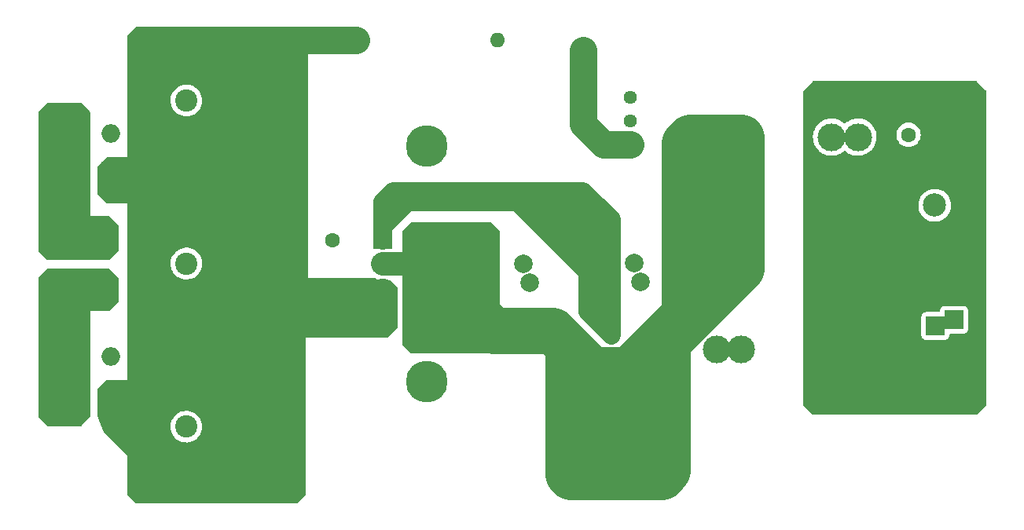
<source format=gbr>
%TF.GenerationSoftware,KiCad,Pcbnew,(6.0.0)*%
%TF.CreationDate,2022-07-19T20:58:04+01:00*%
%TF.ProjectId,M filament Heater,4d206669-6c61-46d6-956e-742048656174,rev?*%
%TF.SameCoordinates,Original*%
%TF.FileFunction,Copper,L1,Top*%
%TF.FilePolarity,Positive*%
%FSLAX46Y46*%
G04 Gerber Fmt 4.6, Leading zero omitted, Abs format (unit mm)*
G04 Created by KiCad (PCBNEW (6.0.0)) date 2022-07-19 20:58:04*
%MOMM*%
%LPD*%
G01*
G04 APERTURE LIST*
%TA.AperFunction,ComponentPad*%
%ADD10C,1.600000*%
%TD*%
%TA.AperFunction,ComponentPad*%
%ADD11R,2.000000X2.000000*%
%TD*%
%TA.AperFunction,ComponentPad*%
%ADD12C,2.000000*%
%TD*%
%TA.AperFunction,ComponentPad*%
%ADD13R,2.400000X2.400000*%
%TD*%
%TA.AperFunction,ComponentPad*%
%ADD14C,2.400000*%
%TD*%
%TA.AperFunction,ComponentPad*%
%ADD15O,2.000000X2.000000*%
%TD*%
%TA.AperFunction,ComponentPad*%
%ADD16R,2.500000X2.500000*%
%TD*%
%TA.AperFunction,ComponentPad*%
%ADD17C,2.500000*%
%TD*%
%TA.AperFunction,ComponentPad*%
%ADD18O,1.600000X1.600000*%
%TD*%
%TA.AperFunction,ComponentPad*%
%ADD19R,2.000000X1.905000*%
%TD*%
%TA.AperFunction,ComponentPad*%
%ADD20O,2.000000X1.905000*%
%TD*%
%TA.AperFunction,ComponentPad*%
%ADD21C,4.500000*%
%TD*%
%TA.AperFunction,ComponentPad*%
%ADD22C,1.440000*%
%TD*%
%TA.AperFunction,ComponentPad*%
%ADD23R,3.000000X3.000000*%
%TD*%
%TA.AperFunction,ComponentPad*%
%ADD24C,3.000000*%
%TD*%
%TA.AperFunction,Conductor*%
%ADD25C,2.000000*%
%TD*%
%TA.AperFunction,Conductor*%
%ADD26C,2.500000*%
%TD*%
%TA.AperFunction,Conductor*%
%ADD27C,3.000000*%
%TD*%
%TA.AperFunction,Conductor*%
%ADD28C,5.000000*%
%TD*%
G04 APERTURE END LIST*
D10*
%TO.P,C8,1*%
%TO.N,Net-(C7-Pad1)*%
X163625000Y-120522500D03*
%TO.P,C8,2*%
%TO.N,Net-(C7-Pad2)*%
X168625000Y-120522500D03*
%TD*%
D11*
%TO.P,C6,1*%
%TO.N,Net-(C6-Pad1)*%
X116495179Y-132430000D03*
X117167323Y-134430000D03*
D12*
%TO.P,C6,2*%
%TO.N,GND*%
X122167323Y-134430000D03*
X122839467Y-136430000D03*
%TD*%
D13*
%TO.P,C1,1*%
%TO.N,Net-(C1-Pad1)*%
X93325000Y-151987500D03*
D14*
%TO.P,C1,2*%
%TO.N,GND*%
X85825000Y-151987500D03*
%TD*%
D11*
%TO.P,D4,1,K*%
%TO.N,Net-(D2-Pad2)*%
X72610000Y-120400000D03*
D15*
%TO.P,D4,2,A*%
%TO.N,GND*%
X77690000Y-120400000D03*
%TD*%
D16*
%TO.P,J2,1,Pin_1*%
%TO.N,Net-(C7-Pad2)*%
X166450000Y-133122500D03*
D17*
%TO.P,J2,2,Pin_2*%
%TO.N,Net-(C7-Pad1)*%
X166450000Y-128122500D03*
%TD*%
D13*
%TO.P,C2,1*%
%TO.N,Net-(C1-Pad1)*%
X93325000Y-116812500D03*
D14*
%TO.P,C2,2*%
%TO.N,GND*%
X85825000Y-116812500D03*
%TD*%
D11*
%TO.P,D2,1,K*%
%TO.N,Net-(C1-Pad1)*%
X77690000Y-124475000D03*
D15*
%TO.P,D2,2,A*%
%TO.N,Net-(D2-Pad2)*%
X72610000Y-124475000D03*
%TD*%
D10*
%TO.P,R3,1*%
%TO.N,Net-(C6-Pad1)*%
X131593445Y-157350000D03*
D18*
%TO.P,R3,2*%
%TO.N,Net-(C5-Pad1)*%
X131593445Y-142110000D03*
%TD*%
D10*
%TO.P,R2,1*%
%TO.N,Net-(C5-Pad1)*%
X128595168Y-126625000D03*
D18*
%TO.P,R2,2*%
%TO.N,Net-(R2-Pad2)*%
X128595168Y-111385000D03*
%TD*%
D19*
%TO.P,U1,1,ADJ*%
%TO.N,Net-(C5-Pad1)*%
X107000000Y-131890000D03*
D20*
%TO.P,U1,2,VO*%
%TO.N,Net-(C6-Pad1)*%
X107000000Y-134430000D03*
%TO.P,U1,3,VI*%
%TO.N,Net-(C1-Pad1)*%
X107000000Y-136970000D03*
%TD*%
D11*
%TO.P,D3,1,K*%
%TO.N,Net-(D1-Pad2)*%
X72610000Y-144385000D03*
D15*
%TO.P,D3,2,A*%
%TO.N,GND*%
X77690000Y-144385000D03*
%TD*%
D11*
%TO.P,D1,1,K*%
%TO.N,Net-(C1-Pad1)*%
X77690000Y-148460000D03*
D15*
%TO.P,D1,2,A*%
%TO.N,Net-(D1-Pad2)*%
X72610000Y-148460000D03*
%TD*%
D21*
%TO.P,HS1,1*%
%TO.N,N/C*%
X111695000Y-121730000D03*
X111695000Y-147130000D03*
%TD*%
D22*
%TO.P,RV1,1,1*%
%TO.N,Net-(R2-Pad2)*%
X133651723Y-121555000D03*
%TO.P,RV1,2,2*%
%TO.N,GND*%
X133651723Y-119015000D03*
%TO.P,RV1,3,3*%
X133651723Y-116475000D03*
%TD*%
D13*
%TO.P,C3,1*%
%TO.N,Net-(C1-Pad1)*%
X93325000Y-134400000D03*
D14*
%TO.P,C3,2*%
%TO.N,GND*%
X85825000Y-134400000D03*
%TD*%
D23*
%TO.P,FL1,1,1*%
%TO.N,Net-(C6-Pad1)*%
X142930000Y-120767500D03*
X145562450Y-120767500D03*
D24*
%TO.P,FL1,2,2*%
%TO.N,Net-(C7-Pad1)*%
X155345000Y-120767500D03*
X158170000Y-120767500D03*
%TO.P,FL1,3,3*%
%TO.N,GND*%
X142930000Y-143627500D03*
X145562450Y-143627500D03*
%TO.P,FL1,4,4*%
%TO.N,Net-(C7-Pad2)*%
X155345000Y-143627500D03*
X158170000Y-143627500D03*
%TD*%
D11*
%TO.P,C5,1*%
%TO.N,Net-(C5-Pad1)*%
X129110768Y-134367500D03*
X128438624Y-132367500D03*
D12*
%TO.P,C5,2*%
%TO.N,GND*%
X134782912Y-136367500D03*
X134110768Y-134367500D03*
%TD*%
D10*
%TO.P,C4,1*%
%TO.N,Net-(C1-Pad1)*%
X101550000Y-136930000D03*
%TO.P,C4,2*%
%TO.N,GND*%
X101550000Y-131930000D03*
%TD*%
D11*
%TO.P,C7,1*%
%TO.N,Net-(C7-Pad1)*%
X166525000Y-141147500D03*
X168525000Y-140475356D03*
D12*
%TO.P,C7,2*%
%TO.N,Net-(C7-Pad2)*%
X164525000Y-146819644D03*
X166525000Y-146147500D03*
%TD*%
D16*
%TO.P,~  ~,1,Pin_1*%
%TO.N,Net-(D1-Pad2)*%
X74500000Y-136930000D03*
D17*
%TO.P,~  ~,2,Pin_2*%
%TO.N,Net-(D2-Pad2)*%
X74500000Y-131930000D03*
%TD*%
D10*
%TO.P,R1,1*%
%TO.N,Net-(C1-Pad1)*%
X104075000Y-110325000D03*
D18*
%TO.P,R1,2*%
%TO.N,GND*%
X119315000Y-110325000D03*
%TD*%
D25*
%TO.N,Net-(C5-Pad1)*%
X124483624Y-128412500D02*
X128438624Y-132367500D01*
X122162500Y-128412500D02*
X121475000Y-127725000D01*
X122162500Y-128412500D02*
X124483624Y-128412500D01*
X129003366Y-135253366D02*
X122162500Y-128412500D01*
X121475000Y-127725000D02*
X109125000Y-127725000D01*
X129996634Y-135253366D02*
X129003366Y-135253366D01*
X126300000Y-127725000D02*
X121475000Y-127725000D01*
D26*
%TO.N,Net-(C6-Pad1)*%
X107000000Y-134430000D02*
X117167323Y-134430000D01*
D25*
%TO.N,Net-(C5-Pad1)*%
X107000000Y-130425000D02*
X110800000Y-126625000D01*
X107000000Y-131890000D02*
X107000000Y-130425000D01*
X110800000Y-126625000D02*
X125200000Y-126625000D01*
X108100000Y-126625000D02*
X110800000Y-126625000D01*
X107000000Y-129850000D02*
X109125000Y-127725000D01*
X107000000Y-131890000D02*
X107000000Y-129850000D01*
X109125000Y-127725000D02*
X107000000Y-127725000D01*
D27*
%TO.N,Net-(C1-Pad1)*%
X104075000Y-110325000D02*
X95275000Y-110325000D01*
X95275000Y-110325000D02*
X93325000Y-112275000D01*
X93325000Y-112275000D02*
X93325000Y-116842500D01*
D25*
%TO.N,Net-(C5-Pad1)*%
X129110768Y-139627324D02*
X131593445Y-142110000D01*
X125200000Y-126625000D02*
X128595168Y-126625000D01*
X131593445Y-129623277D02*
X130035084Y-128064916D01*
X131593445Y-136850177D02*
X129996634Y-135253366D01*
X131593445Y-142110000D02*
X131593445Y-136850177D01*
X131593445Y-142110000D02*
X131593445Y-129623277D01*
X127050000Y-128475000D02*
X126300000Y-127725000D01*
X130525000Y-135781732D02*
X130525000Y-139700000D01*
X130525000Y-139700000D02*
X129854222Y-140370778D01*
X127050000Y-128475000D02*
X125200000Y-126625000D01*
X128595168Y-126625000D02*
X128595168Y-133851900D01*
X129110768Y-134367500D02*
X129110768Y-139627324D01*
X129996634Y-135253366D02*
X129110768Y-134367500D01*
X130035084Y-128064916D02*
X130035084Y-135214916D01*
X107000000Y-131890000D02*
X107000000Y-127725000D01*
X128438624Y-129863624D02*
X127050000Y-128475000D01*
X128438624Y-132367500D02*
X128438624Y-129863624D01*
X129110768Y-134367500D02*
X130525000Y-135781732D01*
X128595168Y-133851900D02*
X129110768Y-134367500D01*
X130035084Y-135214916D02*
X129996634Y-135253366D01*
X107000000Y-127725000D02*
X108100000Y-126625000D01*
X130035084Y-128064916D02*
X128595168Y-126625000D01*
D28*
%TO.N,Net-(C6-Pad1)*%
X134525000Y-154875000D02*
X137000000Y-157350000D01*
X142930000Y-135405000D02*
X144025000Y-136500000D01*
X145562450Y-120767500D02*
X145562450Y-134962550D01*
X131593445Y-152181555D02*
X131593445Y-149656555D01*
D25*
X116495179Y-132430000D02*
X116495179Y-133757856D01*
D28*
X125250000Y-141625000D02*
X118900000Y-141625000D01*
X134525000Y-146725000D02*
X134525000Y-154875000D01*
X116495179Y-139220179D02*
X116495179Y-132430000D01*
X131593445Y-157350000D02*
X131593445Y-152181555D01*
X127175000Y-157350000D02*
X126925000Y-157100000D01*
X127150000Y-143525000D02*
X125250000Y-141625000D01*
X131593445Y-149656555D02*
X137650000Y-143600000D01*
X139475000Y-139875000D02*
X131593445Y-147756555D01*
X140082500Y-120767500D02*
X139475000Y-121375000D01*
X142930000Y-120767500D02*
X140082500Y-120767500D01*
X126925000Y-157100000D02*
X126925000Y-143750000D01*
X131593445Y-157350000D02*
X137000000Y-157350000D01*
X131593445Y-147968445D02*
X127150000Y-143525000D01*
X131593445Y-147756555D02*
X131593445Y-147968445D01*
X144025000Y-136500000D02*
X137650000Y-142875000D01*
D25*
X116495179Y-133757856D02*
X117167323Y-134430000D01*
D28*
X135425000Y-145825000D02*
X134525000Y-146725000D01*
X144025000Y-136500000D02*
X140650000Y-139875000D01*
X145562450Y-120767500D02*
X142930000Y-120767500D01*
X139475000Y-121375000D02*
X139475000Y-139875000D01*
X137650000Y-156700000D02*
X137650000Y-143600000D01*
X140650000Y-139875000D02*
X139475000Y-139875000D01*
X126925000Y-143750000D02*
X129000000Y-145825000D01*
X131593445Y-157350000D02*
X127175000Y-157350000D01*
X142930000Y-120767500D02*
X142930000Y-135405000D01*
X145562450Y-134962550D02*
X144025000Y-136500000D01*
X131593445Y-152181555D02*
X131593445Y-147968445D01*
X137650000Y-141700000D02*
X137650000Y-143600000D01*
X137650000Y-142875000D02*
X137650000Y-143600000D01*
X129000000Y-145825000D02*
X135425000Y-145825000D01*
X126925000Y-143750000D02*
X127150000Y-143525000D01*
X139475000Y-139875000D02*
X137650000Y-141700000D01*
X137000000Y-157350000D02*
X137650000Y-156700000D01*
X118900000Y-141625000D02*
X116495179Y-139220179D01*
D27*
%TO.N,Net-(R2-Pad2)*%
X133651723Y-121555000D02*
X130780000Y-121555000D01*
X128595168Y-119370168D02*
X128595168Y-111385000D01*
X130780000Y-121555000D02*
X128595168Y-119370168D01*
%TD*%
%TA.AperFunction,Conductor*%
%TO.N,Net-(C6-Pad1)*%
G36*
X118640931Y-129945002D02*
G01*
X118661905Y-129961905D01*
X119588095Y-130888095D01*
X119622121Y-130950407D01*
X119625000Y-130977190D01*
X119625000Y-143047810D01*
X119604998Y-143115931D01*
X119588095Y-143136905D01*
X118661905Y-144063095D01*
X118599593Y-144097121D01*
X118572810Y-144100000D01*
X110152190Y-144100000D01*
X110084069Y-144079998D01*
X110063095Y-144063095D01*
X109136905Y-143136905D01*
X109102879Y-143074593D01*
X109100000Y-143047810D01*
X109100000Y-130977190D01*
X109120002Y-130909069D01*
X109136905Y-130888095D01*
X110063095Y-129961905D01*
X110125407Y-129927879D01*
X110152190Y-129925000D01*
X118572810Y-129925000D01*
X118640931Y-129945002D01*
G37*
%TD.AperFunction*%
%TD*%
%TA.AperFunction,Conductor*%
%TO.N,Net-(C7-Pad2)*%
G36*
X170990931Y-114746646D02*
G01*
X171011905Y-114763549D01*
X171938095Y-115689739D01*
X171972121Y-115752051D01*
X171975000Y-115778834D01*
X171975000Y-149649454D01*
X171954998Y-149717575D01*
X171938095Y-149738549D01*
X171011905Y-150664739D01*
X170949593Y-150698765D01*
X170922810Y-150701644D01*
X153352190Y-150701644D01*
X153284069Y-150681642D01*
X153263095Y-150664739D01*
X152336905Y-149738549D01*
X152302879Y-149676237D01*
X152300000Y-149649454D01*
X152300000Y-142195634D01*
X165016500Y-142195634D01*
X165023255Y-142257816D01*
X165074385Y-142394205D01*
X165161739Y-142510761D01*
X165278295Y-142598115D01*
X165414684Y-142649245D01*
X165476866Y-142656000D01*
X167573134Y-142656000D01*
X167635316Y-142649245D01*
X167771705Y-142598115D01*
X167888261Y-142510761D01*
X167975615Y-142394205D01*
X168026745Y-142257816D01*
X168033500Y-142195634D01*
X168033500Y-142109856D01*
X168053502Y-142041735D01*
X168107158Y-141995242D01*
X168159500Y-141983856D01*
X169573134Y-141983856D01*
X169635316Y-141977101D01*
X169771705Y-141925971D01*
X169888261Y-141838617D01*
X169975615Y-141722061D01*
X170026745Y-141585672D01*
X170033500Y-141523490D01*
X170033500Y-139427222D01*
X170026745Y-139365040D01*
X169975615Y-139228651D01*
X169888261Y-139112095D01*
X169771705Y-139024741D01*
X169635316Y-138973611D01*
X169573134Y-138966856D01*
X167476866Y-138966856D01*
X167414684Y-138973611D01*
X167278295Y-139024741D01*
X167161739Y-139112095D01*
X167074385Y-139228651D01*
X167023255Y-139365040D01*
X167016500Y-139427222D01*
X167016500Y-139513000D01*
X166996498Y-139581121D01*
X166942842Y-139627614D01*
X166890500Y-139639000D01*
X165476866Y-139639000D01*
X165414684Y-139645755D01*
X165278295Y-139696885D01*
X165161739Y-139784239D01*
X165074385Y-139900795D01*
X165023255Y-140037184D01*
X165016500Y-140099366D01*
X165016500Y-142195634D01*
X152300000Y-142195634D01*
X152300000Y-128076339D01*
X164687173Y-128076339D01*
X164699713Y-128337408D01*
X164750704Y-128593756D01*
X164839026Y-128839752D01*
X164841242Y-128843876D01*
X164905753Y-128963937D01*
X164962737Y-129069991D01*
X164965532Y-129073734D01*
X164965534Y-129073737D01*
X165116330Y-129275677D01*
X165116335Y-129275683D01*
X165119122Y-129279415D01*
X165122431Y-129282695D01*
X165122436Y-129282701D01*
X165301426Y-129460135D01*
X165304743Y-129463423D01*
X165308505Y-129466181D01*
X165308508Y-129466184D01*
X165511750Y-129615207D01*
X165515524Y-129617974D01*
X165519667Y-129620154D01*
X165519669Y-129620155D01*
X165742684Y-129737489D01*
X165742689Y-129737491D01*
X165746834Y-129739672D01*
X165993590Y-129825844D01*
X165998183Y-129826716D01*
X166245785Y-129873724D01*
X166245788Y-129873724D01*
X166250374Y-129874595D01*
X166380958Y-129879726D01*
X166506875Y-129884674D01*
X166506881Y-129884674D01*
X166511543Y-129884857D01*
X166590977Y-129876157D01*
X166766707Y-129856912D01*
X166766712Y-129856911D01*
X166771360Y-129856402D01*
X166884116Y-129826716D01*
X167019594Y-129791048D01*
X167019596Y-129791047D01*
X167024117Y-129789857D01*
X167264262Y-129686682D01*
X167486519Y-129549146D01*
X167490082Y-129546129D01*
X167490087Y-129546126D01*
X167682439Y-129383287D01*
X167682440Y-129383286D01*
X167686005Y-129380268D01*
X167777729Y-129275677D01*
X167855257Y-129187274D01*
X167855261Y-129187269D01*
X167858339Y-129183759D01*
X167999733Y-128963937D01*
X168107083Y-128725629D01*
X168178030Y-128474072D01*
X168194832Y-128341996D01*
X168210616Y-128217921D01*
X168210616Y-128217917D01*
X168211014Y-128214791D01*
X168213431Y-128122500D01*
X168194061Y-127861848D01*
X168182725Y-127811748D01*
X168137408Y-127611480D01*
X168136377Y-127606923D01*
X168041647Y-127363323D01*
X167911951Y-127136402D01*
X167750138Y-126931143D01*
X167559763Y-126752057D01*
X167345009Y-126603076D01*
X167340816Y-126601008D01*
X167114781Y-126489540D01*
X167114778Y-126489539D01*
X167110593Y-126487475D01*
X167064449Y-126472704D01*
X166866123Y-126409220D01*
X166861665Y-126407793D01*
X166603693Y-126365779D01*
X166489942Y-126364290D01*
X166347022Y-126362419D01*
X166347019Y-126362419D01*
X166342345Y-126362358D01*
X166083362Y-126397604D01*
X165832433Y-126470743D01*
X165828180Y-126472703D01*
X165828179Y-126472704D01*
X165791659Y-126489540D01*
X165595072Y-126580168D01*
X165556067Y-126605741D01*
X165380404Y-126720910D01*
X165380399Y-126720914D01*
X165376491Y-126723476D01*
X165181494Y-126897518D01*
X165014363Y-127098470D01*
X164878771Y-127321919D01*
X164777697Y-127562955D01*
X164713359Y-127816283D01*
X164687173Y-128076339D01*
X152300000Y-128076339D01*
X152300000Y-120746418D01*
X153331917Y-120746418D01*
X153347682Y-121019820D01*
X153348507Y-121024025D01*
X153348508Y-121024033D01*
X153359127Y-121078157D01*
X153400405Y-121288553D01*
X153401792Y-121292603D01*
X153401793Y-121292608D01*
X153427195Y-121366800D01*
X153489112Y-121547644D01*
X153491039Y-121551475D01*
X153595014Y-121758207D01*
X153612160Y-121792299D01*
X153614586Y-121795828D01*
X153614589Y-121795834D01*
X153764843Y-122014453D01*
X153767274Y-122017990D01*
X153951582Y-122220543D01*
X154161675Y-122396207D01*
X154165316Y-122398491D01*
X154390024Y-122539451D01*
X154390028Y-122539453D01*
X154393664Y-122541734D01*
X154461544Y-122572383D01*
X154639345Y-122652664D01*
X154639349Y-122652666D01*
X154643257Y-122654430D01*
X154647377Y-122655650D01*
X154647376Y-122655650D01*
X154901723Y-122730991D01*
X154901727Y-122730992D01*
X154905836Y-122732209D01*
X154910070Y-122732857D01*
X154910075Y-122732858D01*
X155172298Y-122772983D01*
X155172300Y-122772983D01*
X155176540Y-122773632D01*
X155315912Y-122775822D01*
X155446071Y-122777867D01*
X155446077Y-122777867D01*
X155450362Y-122777934D01*
X155722235Y-122745034D01*
X155987127Y-122675541D01*
X155991087Y-122673901D01*
X155991092Y-122673899D01*
X156113632Y-122623141D01*
X156240136Y-122570741D01*
X156476582Y-122432573D01*
X156559555Y-122367514D01*
X156681971Y-122271528D01*
X156747919Y-122245236D01*
X156817614Y-122258771D01*
X156840539Y-122274019D01*
X156986675Y-122396207D01*
X156990316Y-122398491D01*
X157215024Y-122539451D01*
X157215028Y-122539453D01*
X157218664Y-122541734D01*
X157286544Y-122572383D01*
X157464345Y-122652664D01*
X157464349Y-122652666D01*
X157468257Y-122654430D01*
X157472377Y-122655650D01*
X157472376Y-122655650D01*
X157726723Y-122730991D01*
X157726727Y-122730992D01*
X157730836Y-122732209D01*
X157735070Y-122732857D01*
X157735075Y-122732858D01*
X157997298Y-122772983D01*
X157997300Y-122772983D01*
X158001540Y-122773632D01*
X158140912Y-122775822D01*
X158271071Y-122777867D01*
X158271077Y-122777867D01*
X158275362Y-122777934D01*
X158547235Y-122745034D01*
X158812127Y-122675541D01*
X158816087Y-122673901D01*
X158816092Y-122673899D01*
X158938632Y-122623141D01*
X159065136Y-122570741D01*
X159301582Y-122432573D01*
X159517089Y-122263594D01*
X159534880Y-122245236D01*
X159704686Y-122070009D01*
X159707669Y-122066931D01*
X159710202Y-122063483D01*
X159710206Y-122063478D01*
X159867257Y-121849678D01*
X159869795Y-121846223D01*
X159875607Y-121835519D01*
X159998418Y-121609330D01*
X159998419Y-121609328D01*
X160000468Y-121605554D01*
X160089213Y-121370697D01*
X160095751Y-121353395D01*
X160095752Y-121353391D01*
X160097269Y-121349377D01*
X160136233Y-121179249D01*
X160157449Y-121086617D01*
X160157450Y-121086613D01*
X160158407Y-121082433D01*
X160182751Y-120809661D01*
X160183193Y-120767500D01*
X160181756Y-120746418D01*
X160166491Y-120522500D01*
X162311502Y-120522500D01*
X162331457Y-120750587D01*
X162390716Y-120971743D01*
X162393039Y-120976724D01*
X162393039Y-120976725D01*
X162485151Y-121174262D01*
X162485154Y-121174267D01*
X162487477Y-121179249D01*
X162490634Y-121183757D01*
X162609416Y-121353395D01*
X162618802Y-121366800D01*
X162780700Y-121528698D01*
X162785208Y-121531855D01*
X162785211Y-121531857D01*
X162813229Y-121551475D01*
X162968251Y-121660023D01*
X162973233Y-121662346D01*
X162973238Y-121662349D01*
X163170775Y-121754461D01*
X163175757Y-121756784D01*
X163181065Y-121758206D01*
X163181067Y-121758207D01*
X163391598Y-121814619D01*
X163391600Y-121814619D01*
X163396913Y-121816043D01*
X163625000Y-121835998D01*
X163853087Y-121816043D01*
X163858400Y-121814619D01*
X163858402Y-121814619D01*
X164068933Y-121758207D01*
X164068935Y-121758206D01*
X164074243Y-121756784D01*
X164079225Y-121754461D01*
X164276762Y-121662349D01*
X164276767Y-121662346D01*
X164281749Y-121660023D01*
X164436771Y-121551475D01*
X164464789Y-121531857D01*
X164464792Y-121531855D01*
X164469300Y-121528698D01*
X164631198Y-121366800D01*
X164640585Y-121353395D01*
X164759366Y-121183757D01*
X164762523Y-121179249D01*
X164764846Y-121174267D01*
X164764849Y-121174262D01*
X164856961Y-120976725D01*
X164856961Y-120976724D01*
X164859284Y-120971743D01*
X164918543Y-120750587D01*
X164938498Y-120522500D01*
X164918543Y-120294413D01*
X164859284Y-120073257D01*
X164856961Y-120068275D01*
X164764849Y-119870738D01*
X164764846Y-119870733D01*
X164762523Y-119865751D01*
X164661242Y-119721107D01*
X164634357Y-119682711D01*
X164634355Y-119682708D01*
X164631198Y-119678200D01*
X164469300Y-119516302D01*
X164464792Y-119513145D01*
X164464789Y-119513143D01*
X164386611Y-119458402D01*
X164281749Y-119384977D01*
X164276767Y-119382654D01*
X164276762Y-119382651D01*
X164079225Y-119290539D01*
X164079224Y-119290539D01*
X164074243Y-119288216D01*
X164068935Y-119286794D01*
X164068933Y-119286793D01*
X163858402Y-119230381D01*
X163858400Y-119230381D01*
X163853087Y-119228957D01*
X163625000Y-119209002D01*
X163396913Y-119228957D01*
X163391600Y-119230381D01*
X163391598Y-119230381D01*
X163181067Y-119286793D01*
X163181065Y-119286794D01*
X163175757Y-119288216D01*
X163170776Y-119290539D01*
X163170775Y-119290539D01*
X162973238Y-119382651D01*
X162973233Y-119382654D01*
X162968251Y-119384977D01*
X162863389Y-119458402D01*
X162785211Y-119513143D01*
X162785208Y-119513145D01*
X162780700Y-119516302D01*
X162618802Y-119678200D01*
X162615645Y-119682708D01*
X162615643Y-119682711D01*
X162588758Y-119721107D01*
X162487477Y-119865751D01*
X162485154Y-119870733D01*
X162485151Y-119870738D01*
X162393039Y-120068275D01*
X162390716Y-120073257D01*
X162331457Y-120294413D01*
X162311502Y-120522500D01*
X160166491Y-120522500D01*
X160164859Y-120498555D01*
X160164858Y-120498549D01*
X160164567Y-120494278D01*
X160109032Y-120226112D01*
X160017617Y-119967965D01*
X159892013Y-119724612D01*
X159882040Y-119710421D01*
X159813279Y-119612584D01*
X159734545Y-119500557D01*
X159548125Y-119299945D01*
X159544810Y-119297231D01*
X159544806Y-119297228D01*
X159339523Y-119129206D01*
X159339522Y-119129205D01*
X159336205Y-119126490D01*
X159102704Y-118983401D01*
X159098768Y-118981673D01*
X158855873Y-118875049D01*
X158855869Y-118875048D01*
X158851945Y-118873325D01*
X158588566Y-118798300D01*
X158584324Y-118797696D01*
X158584318Y-118797695D01*
X158383834Y-118769162D01*
X158317443Y-118759713D01*
X158173589Y-118758960D01*
X158047877Y-118758302D01*
X158047871Y-118758302D01*
X158043591Y-118758280D01*
X158039347Y-118758839D01*
X158039343Y-118758839D01*
X157920302Y-118774511D01*
X157772078Y-118794025D01*
X157767938Y-118795158D01*
X157767936Y-118795158D01*
X157695008Y-118815109D01*
X157507928Y-118866288D01*
X157503980Y-118867972D01*
X157259982Y-118972046D01*
X157259978Y-118972048D01*
X157256030Y-118973732D01*
X157236125Y-118985645D01*
X157024725Y-119112164D01*
X157024721Y-119112167D01*
X157021043Y-119114368D01*
X156878013Y-119228957D01*
X156835540Y-119262984D01*
X156769870Y-119289966D01*
X156700038Y-119277161D01*
X156676956Y-119262156D01*
X156612015Y-119209002D01*
X156514523Y-119129205D01*
X156514516Y-119129200D01*
X156511205Y-119126490D01*
X156277704Y-118983401D01*
X156273768Y-118981673D01*
X156030873Y-118875049D01*
X156030869Y-118875048D01*
X156026945Y-118873325D01*
X155763566Y-118798300D01*
X155759324Y-118797696D01*
X155759318Y-118797695D01*
X155558834Y-118769162D01*
X155492443Y-118759713D01*
X155348589Y-118758960D01*
X155222877Y-118758302D01*
X155222871Y-118758302D01*
X155218591Y-118758280D01*
X155214347Y-118758839D01*
X155214343Y-118758839D01*
X155095302Y-118774511D01*
X154947078Y-118794025D01*
X154942938Y-118795158D01*
X154942936Y-118795158D01*
X154870008Y-118815109D01*
X154682928Y-118866288D01*
X154678980Y-118867972D01*
X154434982Y-118972046D01*
X154434978Y-118972048D01*
X154431030Y-118973732D01*
X154411125Y-118985645D01*
X154199725Y-119112164D01*
X154199721Y-119112167D01*
X154196043Y-119114368D01*
X153982318Y-119285594D01*
X153793808Y-119484242D01*
X153634002Y-119706636D01*
X153505857Y-119948661D01*
X153504385Y-119952684D01*
X153504383Y-119952688D01*
X153413214Y-120201817D01*
X153411743Y-120205837D01*
X153353404Y-120473407D01*
X153331917Y-120746418D01*
X152300000Y-120746418D01*
X152300000Y-115778834D01*
X152320002Y-115710713D01*
X152336905Y-115689739D01*
X153263095Y-114763549D01*
X153325407Y-114729523D01*
X153352190Y-114726644D01*
X170922810Y-114726644D01*
X170990931Y-114746646D01*
G37*
%TD.AperFunction*%
%TD*%
%TA.AperFunction,Conductor*%
%TO.N,Net-(C1-Pad1)*%
G36*
X80425000Y-127900000D02*
G01*
X77302190Y-127900000D01*
X77234069Y-127879998D01*
X77213095Y-127863095D01*
X76286905Y-126936905D01*
X76252879Y-126874593D01*
X76250000Y-126847810D01*
X76250000Y-124002190D01*
X76270002Y-123934069D01*
X76286905Y-123913095D01*
X77213095Y-122986905D01*
X77275407Y-122952879D01*
X77302190Y-122950000D01*
X80425000Y-122950000D01*
X80425000Y-127900000D01*
G37*
%TD.AperFunction*%
%TD*%
%TA.AperFunction,Conductor*%
%TO.N,Net-(D1-Pad2)*%
G36*
X77515931Y-134945002D02*
G01*
X77536905Y-134961905D01*
X78463095Y-135888095D01*
X78497121Y-135950407D01*
X78500000Y-135977190D01*
X78500000Y-138497810D01*
X78479998Y-138565931D01*
X78463095Y-138586905D01*
X77536905Y-139513095D01*
X77474593Y-139547121D01*
X77447810Y-139550000D01*
X75475000Y-139550000D01*
X75475000Y-150872810D01*
X75454998Y-150940931D01*
X75438095Y-150961905D01*
X74511905Y-151888095D01*
X74449593Y-151922121D01*
X74422810Y-151925000D01*
X70927190Y-151925000D01*
X70859069Y-151904998D01*
X70838095Y-151888095D01*
X69911905Y-150961905D01*
X69877879Y-150899593D01*
X69875000Y-150872810D01*
X69875000Y-135977190D01*
X69895002Y-135909069D01*
X69911905Y-135888095D01*
X70838095Y-134961905D01*
X70900407Y-134927879D01*
X70927190Y-134925000D01*
X77447810Y-134925000D01*
X77515931Y-134945002D01*
G37*
%TD.AperFunction*%
%TD*%
%TA.AperFunction,Conductor*%
%TO.N,Net-(D2-Pad2)*%
G36*
X74490931Y-117095002D02*
G01*
X74511905Y-117111905D01*
X75438095Y-118038095D01*
X75472121Y-118100407D01*
X75475000Y-118127190D01*
X75475000Y-129250000D01*
X77447810Y-129250000D01*
X77515931Y-129270002D01*
X77536905Y-129286905D01*
X78463095Y-130213095D01*
X78497121Y-130275407D01*
X78500000Y-130302190D01*
X78500000Y-132997810D01*
X78479998Y-133065931D01*
X78463095Y-133086905D01*
X77536905Y-134013095D01*
X77474593Y-134047121D01*
X77447810Y-134050000D01*
X70927190Y-134050000D01*
X70859069Y-134029998D01*
X70838095Y-134013095D01*
X69911905Y-133086905D01*
X69877879Y-133024593D01*
X69875000Y-132997810D01*
X69875000Y-118127190D01*
X69895002Y-118059069D01*
X69911905Y-118038095D01*
X70838095Y-117111905D01*
X70900407Y-117077879D01*
X70927190Y-117075000D01*
X74422810Y-117075000D01*
X74490931Y-117095002D01*
G37*
%TD.AperFunction*%
%TD*%
%TA.AperFunction,Conductor*%
%TO.N,Net-(C1-Pad1)*%
G36*
X97940931Y-108845002D02*
G01*
X97961905Y-108861905D01*
X98888095Y-109788095D01*
X98922121Y-109850407D01*
X98925000Y-109877190D01*
X98925000Y-135975000D01*
X106120956Y-135975000D01*
X106186321Y-135993281D01*
X106195422Y-135998804D01*
X106195426Y-135998806D01*
X106199419Y-136001229D01*
X106440455Y-136102303D01*
X106693783Y-136166641D01*
X106698434Y-136167109D01*
X106698438Y-136167110D01*
X106891308Y-136186531D01*
X106910867Y-136188500D01*
X107736310Y-136188500D01*
X107804431Y-136208502D01*
X107825405Y-136225405D01*
X108538095Y-136938095D01*
X108572121Y-137000407D01*
X108575000Y-137027190D01*
X108575000Y-141322810D01*
X108554998Y-141390931D01*
X108538095Y-141411905D01*
X107611905Y-142338095D01*
X107549593Y-142372121D01*
X107522810Y-142375000D01*
X98700000Y-142375000D01*
X98700000Y-159222810D01*
X98679998Y-159290931D01*
X98663095Y-159311905D01*
X97736905Y-160238095D01*
X97674593Y-160272121D01*
X97647810Y-160275000D01*
X80502190Y-160275000D01*
X80434069Y-160254998D01*
X80413095Y-160238095D01*
X79486905Y-159311905D01*
X79452879Y-159249593D01*
X79450000Y-159222810D01*
X79450000Y-155075000D01*
X76974831Y-152599831D01*
X76947517Y-152558954D01*
X76692236Y-151942651D01*
X84112296Y-151942651D01*
X84124480Y-152196298D01*
X84174021Y-152445357D01*
X84175600Y-152449755D01*
X84175602Y-152449762D01*
X84220022Y-152573480D01*
X84259831Y-152684358D01*
X84380025Y-152908051D01*
X84382820Y-152911794D01*
X84382822Y-152911797D01*
X84529171Y-153107782D01*
X84529176Y-153107788D01*
X84531963Y-153111520D01*
X84535272Y-153114800D01*
X84535277Y-153114806D01*
X84633859Y-153212531D01*
X84712307Y-153290297D01*
X84716069Y-153293055D01*
X84716072Y-153293058D01*
X84821764Y-153370554D01*
X84917094Y-153440453D01*
X84921229Y-153442629D01*
X84921233Y-153442631D01*
X85039289Y-153504743D01*
X85141827Y-153558691D01*
X85381568Y-153642412D01*
X85631050Y-153689778D01*
X85751532Y-153694511D01*
X85880125Y-153699564D01*
X85880130Y-153699564D01*
X85884793Y-153699747D01*
X85983774Y-153688907D01*
X86132569Y-153672612D01*
X86132575Y-153672611D01*
X86137222Y-153672102D01*
X86246680Y-153643284D01*
X86378273Y-153608638D01*
X86382793Y-153607448D01*
X86501353Y-153556511D01*
X86611807Y-153509057D01*
X86611810Y-153509055D01*
X86616110Y-153507208D01*
X86620090Y-153504745D01*
X86620094Y-153504743D01*
X86828064Y-153376047D01*
X86828066Y-153376045D01*
X86832047Y-153373582D01*
X86930428Y-153290297D01*
X87022289Y-153212531D01*
X87022291Y-153212529D01*
X87025862Y-153209506D01*
X87193295Y-153018584D01*
X87330669Y-152805012D01*
X87434967Y-152573480D01*
X87503896Y-152329075D01*
X87535943Y-152077167D01*
X87538291Y-151987500D01*
X87519472Y-151734259D01*
X87463428Y-151486582D01*
X87371391Y-151249909D01*
X87350866Y-151213998D01*
X87247702Y-151033497D01*
X87247700Y-151033495D01*
X87245383Y-151029440D01*
X87088171Y-150830017D01*
X86903209Y-150656023D01*
X86859483Y-150625689D01*
X86698393Y-150513937D01*
X86698390Y-150513935D01*
X86694561Y-150511279D01*
X86690384Y-150509219D01*
X86690377Y-150509215D01*
X86470996Y-150401028D01*
X86470992Y-150401027D01*
X86466810Y-150398964D01*
X86224960Y-150321547D01*
X86220355Y-150320797D01*
X85978935Y-150281480D01*
X85978934Y-150281480D01*
X85974323Y-150280729D01*
X85847365Y-150279067D01*
X85725083Y-150277466D01*
X85725080Y-150277466D01*
X85720406Y-150277405D01*
X85468787Y-150311649D01*
X85224993Y-150382708D01*
X84994380Y-150489022D01*
X84990471Y-150491585D01*
X84785928Y-150625689D01*
X84785923Y-150625693D01*
X84782015Y-150628255D01*
X84592562Y-150797348D01*
X84430183Y-150992587D01*
X84298447Y-151209682D01*
X84200246Y-151443865D01*
X84137738Y-151689990D01*
X84112296Y-151942651D01*
X76692236Y-151942651D01*
X76259591Y-150898155D01*
X76250000Y-150849937D01*
X76250000Y-147977190D01*
X76270002Y-147909069D01*
X76286905Y-147888095D01*
X77213095Y-146961905D01*
X77275407Y-146927879D01*
X77302190Y-146925000D01*
X79450000Y-146925000D01*
X79450000Y-134355151D01*
X84112296Y-134355151D01*
X84124480Y-134608798D01*
X84174021Y-134857857D01*
X84175600Y-134862255D01*
X84175602Y-134862262D01*
X84220022Y-134985980D01*
X84259831Y-135096858D01*
X84380025Y-135320551D01*
X84382820Y-135324294D01*
X84382822Y-135324297D01*
X84529171Y-135520282D01*
X84529176Y-135520288D01*
X84531963Y-135524020D01*
X84535272Y-135527300D01*
X84535277Y-135527306D01*
X84633859Y-135625031D01*
X84712307Y-135702797D01*
X84716069Y-135705555D01*
X84716072Y-135705558D01*
X84749595Y-135730138D01*
X84917094Y-135852953D01*
X84921229Y-135855129D01*
X84921233Y-135855131D01*
X84941202Y-135865637D01*
X85141827Y-135971191D01*
X85381568Y-136054912D01*
X85631050Y-136102278D01*
X85751532Y-136107011D01*
X85880125Y-136112064D01*
X85880130Y-136112064D01*
X85884793Y-136112247D01*
X85983774Y-136101407D01*
X86132569Y-136085112D01*
X86132575Y-136085111D01*
X86137222Y-136084602D01*
X86246680Y-136055784D01*
X86378273Y-136021138D01*
X86382793Y-136019948D01*
X86501353Y-135969011D01*
X86611807Y-135921557D01*
X86611810Y-135921555D01*
X86616110Y-135919708D01*
X86620090Y-135917245D01*
X86620094Y-135917243D01*
X86828064Y-135788547D01*
X86828066Y-135788545D01*
X86832047Y-135786082D01*
X86930428Y-135702797D01*
X87022289Y-135625031D01*
X87022291Y-135625029D01*
X87025862Y-135622006D01*
X87193295Y-135431084D01*
X87330669Y-135217512D01*
X87434967Y-134985980D01*
X87503896Y-134741575D01*
X87535943Y-134489667D01*
X87538291Y-134400000D01*
X87519472Y-134146759D01*
X87490413Y-134018335D01*
X87464459Y-133903639D01*
X87463428Y-133899082D01*
X87383037Y-133692357D01*
X87373084Y-133666762D01*
X87373083Y-133666760D01*
X87371391Y-133662409D01*
X87350866Y-133626498D01*
X87247702Y-133445997D01*
X87247700Y-133445995D01*
X87245383Y-133441940D01*
X87088171Y-133242517D01*
X86925195Y-133089205D01*
X86906610Y-133071722D01*
X86906608Y-133071720D01*
X86903209Y-133068523D01*
X86712463Y-132936198D01*
X86698393Y-132926437D01*
X86698390Y-132926435D01*
X86694561Y-132923779D01*
X86690384Y-132921719D01*
X86690377Y-132921715D01*
X86470996Y-132813528D01*
X86470992Y-132813527D01*
X86466810Y-132811464D01*
X86224960Y-132734047D01*
X86220355Y-132733297D01*
X85978935Y-132693980D01*
X85978934Y-132693980D01*
X85974323Y-132693229D01*
X85847365Y-132691567D01*
X85725083Y-132689966D01*
X85725080Y-132689966D01*
X85720406Y-132689905D01*
X85468787Y-132724149D01*
X85224993Y-132795208D01*
X84994380Y-132901522D01*
X84990471Y-132904085D01*
X84785928Y-133038189D01*
X84785923Y-133038193D01*
X84782015Y-133040755D01*
X84730297Y-133086915D01*
X84617301Y-133187768D01*
X84592562Y-133209848D01*
X84430183Y-133405087D01*
X84298447Y-133622182D01*
X84200246Y-133856365D01*
X84137738Y-134102490D01*
X84112296Y-134355151D01*
X79450000Y-134355151D01*
X79450000Y-116767651D01*
X84112296Y-116767651D01*
X84124480Y-117021298D01*
X84174021Y-117270357D01*
X84175600Y-117274755D01*
X84175602Y-117274762D01*
X84220022Y-117398480D01*
X84259831Y-117509358D01*
X84380025Y-117733051D01*
X84382820Y-117736794D01*
X84382822Y-117736797D01*
X84529171Y-117932782D01*
X84529176Y-117932788D01*
X84531963Y-117936520D01*
X84535272Y-117939800D01*
X84535277Y-117939806D01*
X84633859Y-118037531D01*
X84712307Y-118115297D01*
X84716069Y-118118055D01*
X84716072Y-118118058D01*
X84821764Y-118195554D01*
X84917094Y-118265453D01*
X84921229Y-118267629D01*
X84921233Y-118267631D01*
X85039289Y-118329743D01*
X85141827Y-118383691D01*
X85381568Y-118467412D01*
X85631050Y-118514778D01*
X85751532Y-118519511D01*
X85880125Y-118524564D01*
X85880130Y-118524564D01*
X85884793Y-118524747D01*
X85983774Y-118513907D01*
X86132569Y-118497612D01*
X86132575Y-118497611D01*
X86137222Y-118497102D01*
X86246680Y-118468284D01*
X86378273Y-118433638D01*
X86382793Y-118432448D01*
X86501353Y-118381511D01*
X86611807Y-118334057D01*
X86611810Y-118334055D01*
X86616110Y-118332208D01*
X86620090Y-118329745D01*
X86620094Y-118329743D01*
X86828064Y-118201047D01*
X86828066Y-118201045D01*
X86832047Y-118198582D01*
X86930428Y-118115297D01*
X87022289Y-118037531D01*
X87022291Y-118037529D01*
X87025862Y-118034506D01*
X87193295Y-117843584D01*
X87330669Y-117630012D01*
X87434967Y-117398480D01*
X87503896Y-117154075D01*
X87535943Y-116902167D01*
X87538291Y-116812500D01*
X87519472Y-116559259D01*
X87463428Y-116311582D01*
X87371391Y-116074909D01*
X87350866Y-116038998D01*
X87247702Y-115858497D01*
X87247700Y-115858495D01*
X87245383Y-115854440D01*
X87088171Y-115655017D01*
X86903209Y-115481023D01*
X86859483Y-115450689D01*
X86698393Y-115338937D01*
X86698390Y-115338935D01*
X86694561Y-115336279D01*
X86690384Y-115334219D01*
X86690377Y-115334215D01*
X86470996Y-115226028D01*
X86470992Y-115226027D01*
X86466810Y-115223964D01*
X86224960Y-115146547D01*
X86220355Y-115145797D01*
X85978935Y-115106480D01*
X85978934Y-115106480D01*
X85974323Y-115105729D01*
X85847364Y-115104067D01*
X85725083Y-115102466D01*
X85725080Y-115102466D01*
X85720406Y-115102405D01*
X85468787Y-115136649D01*
X85224993Y-115207708D01*
X84994380Y-115314022D01*
X84990471Y-115316585D01*
X84785928Y-115450689D01*
X84785923Y-115450693D01*
X84782015Y-115453255D01*
X84592562Y-115622348D01*
X84430183Y-115817587D01*
X84298447Y-116034682D01*
X84200246Y-116268865D01*
X84137738Y-116514990D01*
X84112296Y-116767651D01*
X79450000Y-116767651D01*
X79450000Y-109877190D01*
X79470002Y-109809069D01*
X79486905Y-109788095D01*
X80413095Y-108861905D01*
X80475407Y-108827879D01*
X80502190Y-108825000D01*
X97872810Y-108825000D01*
X97940931Y-108845002D01*
G37*
%TD.AperFunction*%
%TD*%
M02*

</source>
